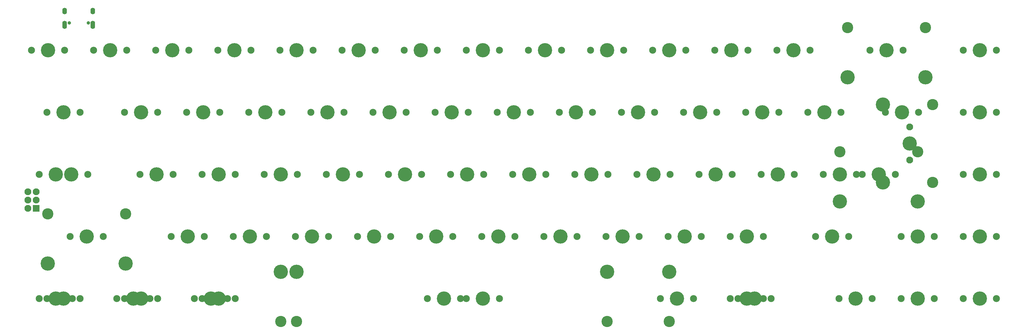
<source format=gts>
G04 #@! TF.GenerationSoftware,KiCad,Pcbnew,(5.1.5)-3*
G04 #@! TF.CreationDate,2020-06-04T02:19:38-07:00*
G04 #@! TF.ProjectId,Voyager60,566f7961-6765-4723-9630-2e6b69636164,rev?*
G04 #@! TF.SameCoordinates,Original*
G04 #@! TF.FileFunction,Soldermask,Top*
G04 #@! TF.FilePolarity,Negative*
%FSLAX46Y46*%
G04 Gerber Fmt 4.6, Leading zero omitted, Abs format (unit mm)*
G04 Created by KiCad (PCBNEW (5.1.5)-3) date 2020-06-04 02:19:38*
%MOMM*%
%LPD*%
G04 APERTURE LIST*
%ADD10C,2.150000*%
%ADD11C,4.387800*%
%ADD12C,3.448000*%
%ADD13C,1.050000*%
%ADD14O,1.400000X2.500000*%
%ADD15O,1.400000X2.000000*%
%ADD16C,2.101800*%
%ADD17C,2.100000*%
%ADD18R,2.100000X2.100000*%
G04 APERTURE END LIST*
D10*
X322580000Y-50800000D03*
X312420000Y-50800000D03*
D11*
X317500000Y-50800000D03*
D10*
X322580000Y-107950000D03*
X312420000Y-107950000D03*
D11*
X317500000Y-107950000D03*
D10*
X322580000Y-88900000D03*
X312420000Y-88900000D03*
D11*
X317500000Y-88900000D03*
D10*
X322580000Y-69850000D03*
X312420000Y-69850000D03*
D11*
X317500000Y-69850000D03*
D10*
X322580000Y-31750000D03*
X312420000Y-31750000D03*
D11*
X317500000Y-31750000D03*
X222250000Y-99695000D03*
X107950000Y-99695000D03*
D12*
X222250000Y-114935000D03*
X107950000Y-114935000D03*
D10*
X170180000Y-107950000D03*
X160020000Y-107950000D03*
D11*
X165100000Y-107950000D03*
D10*
X260667500Y-69850000D03*
X250507500Y-69850000D03*
D11*
X255587500Y-69850000D03*
D13*
X44107600Y-23377500D03*
X38327600Y-23377500D03*
D14*
X36897600Y-23907500D03*
X45537600Y-23907500D03*
D15*
X36897600Y-19727500D03*
X45537600Y-19727500D03*
D11*
X60325000Y-50800000D03*
D10*
X55245000Y-50800000D03*
X65405000Y-50800000D03*
D11*
X287813750Y-48387000D03*
X287813750Y-72263000D03*
D12*
X303053750Y-48387000D03*
X303053750Y-72263000D03*
D16*
X296068750Y-65405000D03*
X296068750Y-55245000D03*
D11*
X296068750Y-60325000D03*
X298450000Y-107950000D03*
D10*
X293370000Y-107950000D03*
X303530000Y-107950000D03*
D11*
X279400000Y-107950000D03*
D10*
X274320000Y-107950000D03*
X284480000Y-107950000D03*
D11*
X298450000Y-88900000D03*
D10*
X293370000Y-88900000D03*
X303530000Y-88900000D03*
D17*
X25580000Y-75160000D03*
X28120000Y-75160000D03*
X25580000Y-77700000D03*
X28120000Y-77700000D03*
X25580000Y-80240000D03*
D18*
X28120000Y-80240000D03*
D11*
X300863000Y-40005000D03*
X276987000Y-40005000D03*
D12*
X300863000Y-24765000D03*
X276987000Y-24765000D03*
D10*
X294005000Y-31750000D03*
X283845000Y-31750000D03*
D11*
X288925000Y-31750000D03*
X203193650Y-99695000D03*
X103193850Y-99695000D03*
D12*
X203193650Y-114935000D03*
X103193850Y-114935000D03*
D10*
X158273750Y-107950000D03*
X148113750Y-107950000D03*
D11*
X153193750Y-107950000D03*
D10*
X213042500Y-88900000D03*
X202882500Y-88900000D03*
D11*
X207962500Y-88900000D03*
D10*
X232092500Y-88900000D03*
X221932500Y-88900000D03*
D11*
X227012500Y-88900000D03*
X50800000Y-31750000D03*
D10*
X55880000Y-31750000D03*
X45720000Y-31750000D03*
D11*
X69850000Y-31750000D03*
D10*
X64770000Y-31750000D03*
X74930000Y-31750000D03*
D11*
X88900000Y-31750000D03*
D10*
X83820000Y-31750000D03*
X93980000Y-31750000D03*
D11*
X107950000Y-31750000D03*
D10*
X102870000Y-31750000D03*
X113030000Y-31750000D03*
D11*
X127000000Y-31750000D03*
D10*
X121920000Y-31750000D03*
X132080000Y-31750000D03*
D11*
X146050000Y-31750000D03*
D10*
X140970000Y-31750000D03*
X151130000Y-31750000D03*
D11*
X165100000Y-31750000D03*
D10*
X160020000Y-31750000D03*
X170180000Y-31750000D03*
X189230000Y-31750000D03*
X179070000Y-31750000D03*
D11*
X184150000Y-31750000D03*
X203200000Y-31750000D03*
D10*
X198120000Y-31750000D03*
X208280000Y-31750000D03*
X227330000Y-31750000D03*
X217170000Y-31750000D03*
D11*
X222250000Y-31750000D03*
D10*
X246380000Y-31750000D03*
X236220000Y-31750000D03*
D11*
X241300000Y-31750000D03*
D10*
X251142500Y-88900000D03*
X240982500Y-88900000D03*
D11*
X246062500Y-88900000D03*
D10*
X241617500Y-69850000D03*
X231457500Y-69850000D03*
D11*
X236537500Y-69850000D03*
D10*
X265430000Y-31750000D03*
X255270000Y-31750000D03*
D11*
X260350000Y-31750000D03*
D10*
X255905000Y-50800000D03*
X245745000Y-50800000D03*
D11*
X250825000Y-50800000D03*
X293687500Y-50800000D03*
D10*
X288607500Y-50800000D03*
X298767500Y-50800000D03*
D11*
X274637500Y-69850000D03*
D10*
X269557500Y-69850000D03*
X279717500Y-69850000D03*
X274955000Y-50800000D03*
X264795000Y-50800000D03*
D11*
X269875000Y-50800000D03*
D10*
X70167500Y-69850000D03*
X60007500Y-69850000D03*
D11*
X65087500Y-69850000D03*
X81756250Y-107950000D03*
D10*
X76676250Y-107950000D03*
X86836250Y-107950000D03*
X89217500Y-107950000D03*
X79057500Y-107950000D03*
D11*
X84137500Y-107950000D03*
D10*
X155892500Y-88900000D03*
X145732500Y-88900000D03*
D11*
X150812500Y-88900000D03*
D10*
X117792500Y-88900000D03*
X107632500Y-88900000D03*
D11*
X112712500Y-88900000D03*
X38893750Y-69850000D03*
D10*
X33813750Y-69850000D03*
X43973750Y-69850000D03*
X39211250Y-69850000D03*
X29051250Y-69850000D03*
D11*
X34131250Y-69850000D03*
X34131250Y-107950000D03*
D10*
X29051250Y-107950000D03*
X39211250Y-107950000D03*
D11*
X36512500Y-107950000D03*
D10*
X31432500Y-107950000D03*
X41592500Y-107950000D03*
D11*
X103187500Y-69850000D03*
D10*
X98107500Y-69850000D03*
X108267500Y-69850000D03*
X103505000Y-50800000D03*
X93345000Y-50800000D03*
D11*
X98425000Y-50800000D03*
X298481750Y-78105000D03*
X274605750Y-78105000D03*
D12*
X298481750Y-62865000D03*
X274605750Y-62865000D03*
D10*
X291623750Y-69850000D03*
X281463750Y-69850000D03*
D11*
X286543750Y-69850000D03*
X31750000Y-31750000D03*
D10*
X36830000Y-31750000D03*
X26670000Y-31750000D03*
X127317500Y-69850000D03*
X117157500Y-69850000D03*
D11*
X122237500Y-69850000D03*
X141287500Y-69850000D03*
D10*
X136207500Y-69850000D03*
X146367500Y-69850000D03*
X165417500Y-69850000D03*
X155257500Y-69850000D03*
D11*
X160337500Y-69850000D03*
D10*
X198755000Y-50800000D03*
X188595000Y-50800000D03*
D11*
X193675000Y-50800000D03*
D10*
X184467500Y-69850000D03*
X174307500Y-69850000D03*
D11*
X179387500Y-69850000D03*
D10*
X203517500Y-69850000D03*
X193357500Y-69850000D03*
D11*
X198437500Y-69850000D03*
X217487500Y-69850000D03*
D10*
X212407500Y-69850000D03*
X222567500Y-69850000D03*
D11*
X188912500Y-88900000D03*
D10*
X183832500Y-88900000D03*
X193992500Y-88900000D03*
D11*
X169862500Y-88900000D03*
D10*
X164782500Y-88900000D03*
X174942500Y-88900000D03*
X217805000Y-50800000D03*
X207645000Y-50800000D03*
D11*
X212725000Y-50800000D03*
X231775000Y-50800000D03*
D10*
X226695000Y-50800000D03*
X236855000Y-50800000D03*
D11*
X117475000Y-50800000D03*
D10*
X112395000Y-50800000D03*
X122555000Y-50800000D03*
D11*
X224631250Y-107950000D03*
D10*
X219551250Y-107950000D03*
X229711250Y-107950000D03*
D11*
X246062500Y-107950000D03*
D10*
X240982500Y-107950000D03*
X251142500Y-107950000D03*
X253523750Y-107950000D03*
X243363750Y-107950000D03*
D11*
X248443750Y-107950000D03*
X84137500Y-69850000D03*
D10*
X79057500Y-69850000D03*
X89217500Y-69850000D03*
D11*
X43656250Y-88900000D03*
D10*
X38576250Y-88900000D03*
X48736250Y-88900000D03*
D12*
X31718250Y-81915000D03*
X55594250Y-81915000D03*
D11*
X31718250Y-97155000D03*
X55594250Y-97155000D03*
D10*
X277336250Y-88900000D03*
X267176250Y-88900000D03*
D11*
X272256250Y-88900000D03*
D10*
X141605000Y-50800000D03*
X131445000Y-50800000D03*
D11*
X136525000Y-50800000D03*
D10*
X41592500Y-50800000D03*
X31432500Y-50800000D03*
D11*
X36512500Y-50800000D03*
D10*
X179705000Y-50800000D03*
X169545000Y-50800000D03*
D11*
X174625000Y-50800000D03*
X131762500Y-88900000D03*
D10*
X126682500Y-88900000D03*
X136842500Y-88900000D03*
D11*
X79375000Y-50800000D03*
D10*
X74295000Y-50800000D03*
X84455000Y-50800000D03*
X63023750Y-107950000D03*
X52863750Y-107950000D03*
D11*
X57943750Y-107950000D03*
D10*
X65405000Y-107950000D03*
X55245000Y-107950000D03*
D11*
X60325000Y-107950000D03*
D10*
X98742500Y-88900000D03*
X88582500Y-88900000D03*
D11*
X93662500Y-88900000D03*
X155575000Y-50800000D03*
D10*
X150495000Y-50800000D03*
X160655000Y-50800000D03*
X79692500Y-88900000D03*
X69532500Y-88900000D03*
D11*
X74612500Y-88900000D03*
M02*

</source>
